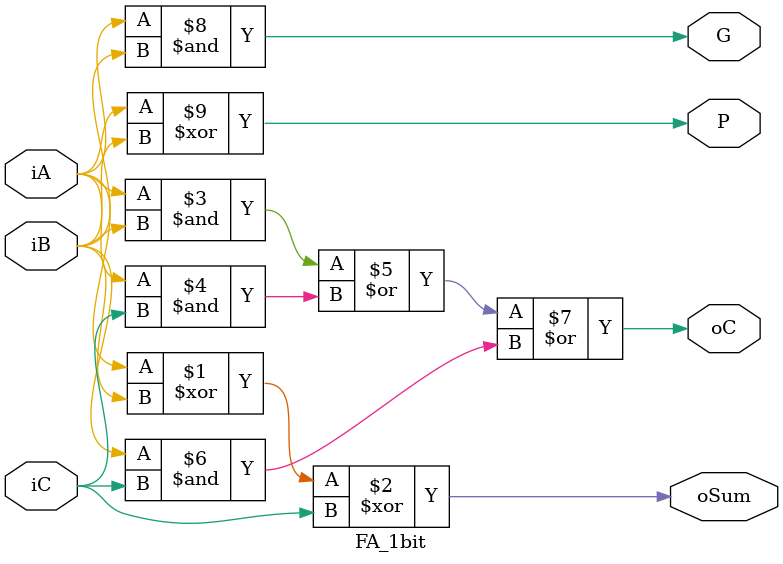
<source format=v>
module FA_1bit(
    input  wire iA, iB,
    input  wire iC,
    output wire oSum,
    output wire G,P,
    output wire oC
);
    xor(oSum,iA,iB,iC);
    or(oC,iA&iB,iA&iC,iB&iC);
    and(G,iA,iB);
    xor(P,iA,iB);
endmodule
</source>
